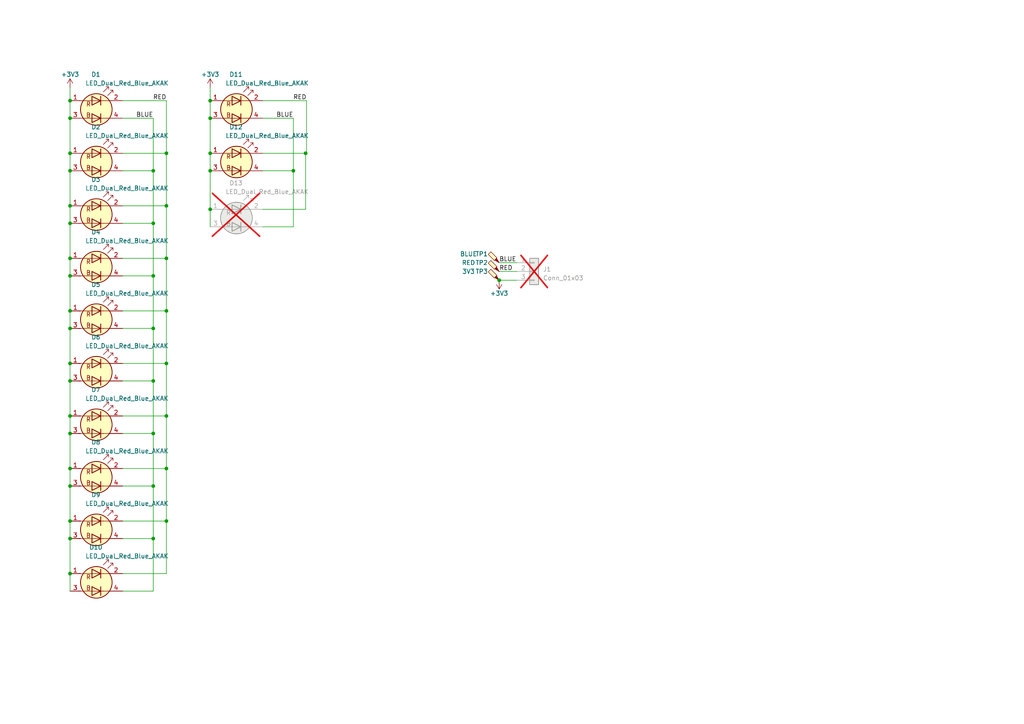
<source format=kicad_sch>
(kicad_sch (version 20231120) (generator "eeschema") (generator_version "8.0")
  (paper "A4")
  (title_block (title "EHDS-01-LED") (date "2022-11-16") (rev "V0.1"))
  (lib_symbols
    (symbol "Connector:TestPoint_Probe" (pin_numbers hide) (pin_names (offset 0.762) hide)
      (property "Reference" "TP" (at 1.651 5.842 0))
      (property "Value" "TestPoint_Probe" (at 1.651 4.064 0))
      (symbol "TestPoint_Probe_0_1"
        (polyline (pts (xy 1.27 0.762) (xy 0 0) (xy 0.762 1.27) (xy 1.27 0.762)) (fill (type outline)))
        (polyline (pts (xy 1.397 0.635) (xy 0.635 1.397) (xy 2.413 3.175) (xy 3.175 2.413) (xy 1.397 0.635)) (fill (type background)))
      )
      (symbol "TestPoint_Probe_1_1"
        (pin passive line (at 0 0 90) (length 0) (name "1") (number "1"))
      )
    )
    (symbol "Connector_Generic:Conn_01x03" (pin_names (offset 1.016) hide)
      (property "Reference" "J" (at 0 5.08 0))
      (property "Value" "Conn_01x03" (at 0 -5.08 0))
      (symbol "Conn_01x03_1_1"
        (rectangle (start -1.27 -2.413) (end 0 -2.667) (stroke (width 0.1524)))
        (rectangle (start -1.27 0.127) (end 0 -0.127) (stroke (width 0.1524)))
        (rectangle (start -1.27 2.667) (end 0 2.413) (stroke (width 0.1524)))
        (rectangle (start -1.27 3.81) (end 1.27 -3.81) (stroke (width 0.254)) (fill (type background)))
        (pin passive line (at -5.08 2.54 0) (length 3.81) (name "Pin_1") (number "1"))
        (pin passive line (at -5.08 0 0) (length 3.81) (name "Pin_2") (number "2"))
        (pin passive line (at -5.08 -2.54 0) (length 3.81) (name "Pin_3") (number "3"))
      )
    )
    (symbol "Ovo_Device:LED_Dual_Red_Blue_AKAK" (pin_names (offset 0) hide)
      (property "Reference" "D2" (at -11.43 -5.08 0))
      (property "Value" "LED_Dual_Red_Blue_AKAK" (at 0 -5.08 0))
      (symbol "LED_Dual_Red_Blue_AKAK_0_0"
        (text "B" (at -2.286 -1.651 0) (effects (font (size 1.27 1.27))))
        (text "R" (at -2.286 1.524 0) (effects (font (size 1.27 1.27))))
      )
      (symbol "LED_Dual_Red_Blue_AKAK_0_1"
        (polyline (pts (xy -5.08 -2.54) (xy 2.032 -2.54)))
        (polyline (pts (xy -5.08 2.54) (xy 2.032 2.54)))
        (polyline (pts (xy 1.27 -1.27) (xy 1.27 -3.81)) (stroke (width 0.254)))
        (polyline (pts (xy 1.27 3.81) (xy 1.27 1.27)) (stroke (width 0.254)))
        (polyline (pts (xy 3.81 -2.54) (xy 1.905 -2.54)))
        (polyline (pts (xy 3.81 2.54) (xy 1.905 2.54)))
        (polyline (pts (xy -1.27 -1.27) (xy -1.27 -3.81) (xy 1.27 -2.54) (xy -1.27 -1.27)) (stroke (width 0.254)))
        (polyline (pts (xy -1.27 3.81) (xy -1.27 1.27) (xy 1.27 2.54) (xy -1.27 3.81)) (stroke (width 0.254)))
        (polyline (pts (xy 2.032 5.08) (xy 3.556 6.604) (xy 2.794 6.604) (xy 3.556 6.604) (xy 3.556 5.842)))
        (polyline (pts (xy 3.302 4.064) (xy 4.826 5.588) (xy 4.064 5.588) (xy 4.826 5.588) (xy 4.826 4.826)))
        (circle (center 0 0) (radius 4.572) (stroke (width 0.254)) (fill (type background)))
      )
      (symbol "LED_Dual_Red_Blue_AKAK_1_1"
        (pin input line (at -7.62 2.54 0) (length 3.048) (name "A1") (number "1"))
        (pin input line (at 7.62 2.54 180) (length 3.81) (name "K1") (number "2"))
        (pin input line (at -7.62 -2.54 0) (length 3.048) (name "A2") (number "3"))
        (pin input line (at 7.62 -2.54 180) (length 3.81) (name "K2") (number "4"))
      )
    )
    (symbol "power:+3V3" (power) (pin_names (offset 0))
      (property "Value" "+3V3" (at 0 3.556 0))
      (symbol "+3V3_0_1"
        (polyline (pts (xy -0.762 1.27) (xy 0 2.54)))
        (polyline (pts (xy 0 0) (xy 0 2.54)))
        (polyline (pts (xy 0 2.54) (xy 0.762 1.27)))
      )
      (symbol "+3V3_1_1"
        (pin power_in line (at 0 0 90) (length 0) hide (name "+3V3") (number "1"))
      )
    )
  )
  (junction (at 20.32 74.93))
  (junction (at 20.32 59.69))
  (junction (at 20.32 110.49))
  (junction (at 44.45 95.25))
  (junction (at 20.32 64.77))
  (junction (at 88.646 44.45))
  (junction (at 20.32 90.17))
  (junction (at 85.09 49.53))
  (junction (at 20.32 95.25))
  (junction (at 60.96 49.53))
  (junction (at 20.32 80.01))
  (junction (at 20.32 125.73))
  (junction (at 20.32 34.29))
  (junction (at 20.32 49.53))
  (junction (at 20.32 120.65))
  (junction (at 20.32 151.13))
  (junction (at 48.26 151.13))
  (junction (at 20.32 29.21))
  (junction (at 44.45 125.73))
  (junction (at 44.45 110.49))
  (junction (at 20.32 135.89))
  (junction (at 20.32 156.21))
  (junction (at 44.45 49.53))
  (junction (at 48.26 59.69))
  (junction (at 48.26 90.17))
  (junction (at 60.96 44.45))
  (junction (at 48.26 44.45))
  (junction (at 60.96 34.29))
  (junction (at 20.32 105.41))
  (junction (at 48.26 105.41))
  (junction (at 20.32 166.37))
  (junction (at 44.45 140.97))
  (junction (at 44.45 156.21))
  (junction (at 60.96 60.706))
  (junction (at 44.45 80.01))
  (junction (at 144.78 81.28))
  (junction (at 48.26 120.65))
  (junction (at 60.96 29.21))
  (junction (at 48.26 135.89))
  (junction (at 20.32 140.97))
  (junction (at 44.45 64.77))
  (junction (at 20.32 44.45))
  (junction (at 48.26 74.93))
  (wire (pts (xy 20.32 120.65) (xy 20.32 125.73)))
  (wire (pts (xy 35.56 135.89) (xy 48.26 135.89)))
  (wire (pts (xy 85.09 49.53) (xy 85.09 65.786)))
  (wire (pts (xy 35.56 125.73) (xy 44.45 125.73)))
  (wire (pts (xy 35.56 156.21) (xy 44.45 156.21)))
  (wire (pts (xy 20.32 151.13) (xy 20.32 156.21)))
  (wire (pts (xy 20.32 25.4) (xy 20.32 29.21)))
  (wire (pts (xy 35.56 120.65) (xy 48.26 120.65)))
  (wire (pts (xy 35.56 64.77) (xy 44.45 64.77)))
  (wire (pts (xy 48.26 44.45) (xy 48.26 59.69)))
  (wire (pts (xy 44.45 171.45) (xy 44.45 156.21)))
  (wire (pts (xy 85.09 49.53) (xy 85.09 34.29)))
  (wire (pts (xy 88.646 44.45) (xy 88.9 44.45)))
  (wire (pts (xy 144.78 81.28) (xy 149.86 81.28)))
  (wire (pts (xy 20.32 44.45) (xy 20.32 49.53)))
  (wire (pts (xy 35.56 171.45) (xy 44.45 171.45)))
  (wire (pts (xy 44.45 80.01) (xy 44.45 64.77)))
  (wire (pts (xy 85.09 34.29) (xy 76.2 34.29)))
  (wire (pts (xy 20.32 140.97) (xy 20.32 151.13)))
  (wire (pts (xy 20.32 166.37) (xy 20.32 171.45)))
  (wire (pts (xy 60.96 34.29) (xy 60.96 44.45)))
  (wire (pts (xy 44.45 156.21) (xy 44.45 140.97)))
  (wire (pts (xy 48.26 151.13) (xy 48.26 166.37)))
  (wire (pts (xy 20.32 64.77) (xy 20.32 74.93)))
  (wire (pts (xy 20.32 49.53) (xy 20.32 59.69)))
  (wire (pts (xy 60.96 49.53) (xy 60.96 60.706)))
  (wire (pts (xy 48.26 90.17) (xy 48.26 105.41)))
  (wire (pts (xy 35.56 59.69) (xy 48.26 59.69)))
  (wire (pts (xy 20.32 74.93) (xy 20.32 80.01)))
  (wire (pts (xy 44.45 110.49) (xy 44.45 95.25)))
  (wire (pts (xy 44.45 140.97) (xy 44.45 125.73)))
  (wire (pts (xy 60.96 25.4) (xy 60.96 29.21)))
  (wire (pts (xy 44.45 49.53) (xy 44.45 34.29)))
  (wire (pts (xy 35.56 151.13) (xy 48.26 151.13)))
  (wire (pts (xy 20.32 90.17) (xy 20.32 95.25)))
  (wire (pts (xy 20.32 156.21) (xy 20.32 166.37)))
  (wire (pts (xy 35.56 95.25) (xy 44.45 95.25)))
  (wire (pts (xy 85.09 65.786) (xy 76.2 65.786)))
  (wire (pts (xy 144.78 78.74) (xy 149.86 78.74)))
  (wire (pts (xy 20.32 80.01) (xy 20.32 90.17)))
  (wire (pts (xy 44.45 125.73) (xy 44.45 110.49)))
  (wire (pts (xy 88.9 29.21) (xy 88.9 44.45)))
  (wire (pts (xy 48.26 74.93) (xy 48.26 90.17)))
  (wire (pts (xy 48.26 105.41) (xy 48.26 120.65)))
  (wire (pts (xy 35.56 29.21) (xy 48.26 29.21)))
  (wire (pts (xy 60.96 60.706) (xy 60.96 65.786)))
  (wire (pts (xy 88.646 44.45) (xy 88.646 60.706)))
  (wire (pts (xy 35.56 140.97) (xy 44.45 140.97)))
  (wire (pts (xy 60.96 29.21) (xy 60.96 34.29)))
  (wire (pts (xy 48.26 59.69) (xy 48.26 74.93)))
  (wire (pts (xy 76.2 49.53) (xy 85.09 49.53)))
  (wire (pts (xy 35.56 90.17) (xy 48.26 90.17)))
  (wire (pts (xy 20.32 29.21) (xy 20.32 34.29)))
  (wire (pts (xy 44.45 34.29) (xy 35.56 34.29)))
  (wire (pts (xy 20.32 105.41) (xy 20.32 110.49)))
  (wire (pts (xy 20.32 59.69) (xy 20.32 64.77)))
  (wire (pts (xy 35.56 49.53) (xy 44.45 49.53)))
  (wire (pts (xy 48.26 29.21) (xy 48.26 44.45)))
  (wire (pts (xy 144.78 76.2) (xy 149.86 76.2)))
  (wire (pts (xy 76.2 29.21) (xy 88.9 29.21)))
  (wire (pts (xy 20.32 110.49) (xy 20.32 120.65)))
  (wire (pts (xy 76.2 60.706) (xy 88.646 60.706)))
  (wire (pts (xy 76.2 44.45) (xy 88.646 44.45)))
  (wire (pts (xy 60.96 44.45) (xy 60.96 49.53)))
  (wire (pts (xy 44.45 64.77) (xy 44.45 49.53)))
  (wire (pts (xy 44.45 95.25) (xy 44.45 80.01)))
  (wire (pts (xy 35.56 105.41) (xy 48.26 105.41)))
  (wire (pts (xy 35.56 80.01) (xy 44.45 80.01)))
  (wire (pts (xy 35.56 44.45) (xy 48.26 44.45)))
  (wire (pts (xy 20.32 135.89) (xy 20.32 140.97)))
  (wire (pts (xy 35.56 110.49) (xy 44.45 110.49)))
  (wire (pts (xy 48.26 135.89) (xy 48.26 151.13)))
  (wire (pts (xy 20.32 34.29) (xy 20.32 44.45)))
  (wire (pts (xy 35.56 74.93) (xy 48.26 74.93)))
  (wire (pts (xy 48.26 120.65) (xy 48.26 135.89)))
  (wire (pts (xy 48.26 166.37) (xy 35.56 166.37)))
  (wire (pts (xy 20.32 125.73) (xy 20.32 135.89)))
  (wire (pts (xy 20.32 95.25) (xy 20.32 105.41)))
  (label "BLUE" (at 44.45 34.29 180))
  (label "BLUE" (at 144.78 76.2 0))
  (label "RED" (at 144.78 78.74 0))
  (label "RED" (at 88.9 29.21 180))
  (label "BLUE" (at 85.09 34.29 180))
  (label "RED" (at 48.26 29.21 180))
  (symbol (lib_id "power:+3V3") (at 20.32 25.4 0) (unit 1)
    (property "Reference" "#PWR011" (effects (hide yes)))
    (property "Value" "+3V3" (at 20.32 21.59 0))
  )
  (symbol (lib_id "Ovo_Device:LED_Dual_Red_Blue_AKAK") (at 27.94 107.95 0) (unit 1)
    (property "Reference" "D6" (at 27.813 97.79 0))
    (property "Value" "LED_Dual_Red_Blue_AKAK" (at 36.83 100.33 0))
    (property "Footprint" "Ovo_LED_SMD:LED_Dual_1.6x1.5mm" (effects (hide yes)))
  )
  (symbol (lib_id "Connector:TestPoint_Probe") (at 144.78 78.74 90) (unit 1)
    (property "Reference" "TP2" (at 139.7 76.2 90))
    (property "Value" "RED" (at 135.89 76.2 90))
    (property "Footprint" "TestPoint:TestPoint_Pad_D1.0mm" (effects (hide yes)))
  )
  (symbol (lib_id "Ovo_Device:LED_Dual_Red_Blue_AKAK") (at 27.94 92.71 0) (unit 1)
    (property "Reference" "D5" (at 27.813 82.55 0))
    (property "Value" "LED_Dual_Red_Blue_AKAK" (at 36.83 85.09 0))
    (property "Footprint" "Ovo_LED_SMD:LED_Dual_1.6x1.5mm" (effects (hide yes)))
  )
  (symbol (lib_id "Ovo_Device:LED_Dual_Red_Blue_AKAK") (at 27.94 77.47 0) (unit 1)
    (property "Reference" "D4" (at 27.813 67.31 0))
    (property "Value" "LED_Dual_Red_Blue_AKAK" (at 36.83 69.85 0))
    (property "Footprint" "Ovo_LED_SMD:LED_Dual_1.6x1.5mm" (effects (hide yes)))
  )
  (symbol (lib_id "Connector:TestPoint_Probe") (at 144.78 76.2 90) (unit 1)
    (property "Reference" "TP1" (at 139.7 73.66 90))
    (property "Value" "BLUE" (at 135.89 73.66 90))
    (property "Footprint" "TestPoint:TestPoint_Pad_D1.0mm" (effects (hide yes)))
  )
  (symbol (lib_id "Connector:TestPoint_Probe") (at 144.78 81.28 90) (unit 1)
    (property "Reference" "TP3" (at 139.7 78.74 90))
    (property "Value" "3V3" (at 135.89 78.74 90))
    (property "Footprint" "TestPoint:TestPoint_Pad_D1.0mm" (effects (hide yes)))
  )
  (symbol (lib_id "Ovo_Device:LED_Dual_Red_Blue_AKAK") (at 68.58 31.75 0) (unit 1)
    (property "Reference" "D11" (at 68.453 21.59 0))
    (property "Value" "LED_Dual_Red_Blue_AKAK" (at 77.47 24.13 0))
    (property "Footprint" "Ovo_LED_SMD:LED_Dual_1.6x1.5mm" (effects (hide yes)))
  )
  (symbol (lib_id "Ovo_Device:LED_Dual_Red_Blue_AKAK") (at 27.94 31.75 0) (unit 1)
    (property "Reference" "D1" (at 27.813 21.59 0))
    (property "Value" "LED_Dual_Red_Blue_AKAK" (at 36.83 24.13 0))
    (property "Footprint" "Ovo_LED_SMD:LED_Dual_1.6x1.5mm" (effects (hide yes)))
  )
  (symbol (lib_id "Ovo_Device:LED_Dual_Red_Blue_AKAK") (at 27.94 46.99 0) (unit 1)
    (property "Reference" "D2" (at 27.813 36.83 0))
    (property "Value" "LED_Dual_Red_Blue_AKAK" (at 36.83 39.37 0))
    (property "Footprint" "Ovo_LED_SMD:LED_Dual_1.6x1.5mm" (effects (hide yes)))
  )
  (symbol (lib_id "Ovo_Device:LED_Dual_Red_Blue_AKAK") (at 27.94 123.19 0) (unit 1)
    (property "Reference" "D7" (at 27.813 113.03 0))
    (property "Value" "LED_Dual_Red_Blue_AKAK" (at 36.83 115.57 0))
    (property "Footprint" "Ovo_LED_SMD:LED_Dual_1.6x1.5mm" (effects (hide yes)))
  )
  (symbol (lib_id "Ovo_Device:LED_Dual_Red_Blue_AKAK") (at 68.58 46.99 0) (unit 1)
    (property "Reference" "D12" (at 68.453 36.83 0))
    (property "Value" "LED_Dual_Red_Blue_AKAK" (at 77.47 39.37 0))
    (property "Footprint" "Ovo_LED_SMD:LED_Dual_1.6x1.5mm" (effects (hide yes)))
  )
  (symbol (lib_id "power:+3V3") (at 144.78 81.28 180) (unit 1)
    (property "Reference" "#PWR02" (effects (hide yes)))
    (property "Value" "+3V3" (at 144.78 85.09 0))
  )
  (symbol (lib_id "Connector_Generic:Conn_01x03") (at 154.94 78.74 0) (unit 1) (in_bom no) (dnp yes)
    (property "Reference" "J1" (at 157.48 78.105 0) (effects (justify left)))
    (property "Value" "Conn_01x03" (at 157.48 80.645 0) (effects (justify left)))
    (property "Footprint" "Ovo_Pad:Pad_THTPad_3x1.3mmx3" (effects (hide yes)))
    (property "Description" "Generic connector, single row, 01x03, script generated (kicad-library-utils/schlib/autogen/connector/)" (effects (hide yes)))
  )
  (symbol (lib_id "Ovo_Device:LED_Dual_Red_Blue_AKAK") (at 27.94 168.91 0) (unit 1)
    (property "Reference" "D10" (at 27.813 158.75 0))
    (property "Value" "LED_Dual_Red_Blue_AKAK" (at 36.83 161.29 0))
    (property "Footprint" "Ovo_LED_SMD:LED_Dual_1.6x1.5mm" (effects (hide yes)))
  )
  (symbol (lib_id "Ovo_Device:LED_Dual_Red_Blue_AKAK") (at 27.94 153.67 0) (unit 1)
    (property "Reference" "D9" (at 27.813 143.51 0))
    (property "Value" "LED_Dual_Red_Blue_AKAK" (at 36.83 146.05 0))
    (property "Footprint" "Ovo_LED_SMD:LED_Dual_1.6x1.5mm" (effects (hide yes)))
  )
  (symbol (lib_id "Ovo_Device:LED_Dual_Red_Blue_AKAK") (at 27.94 62.23 0) (unit 1)
    (property "Reference" "D3" (at 27.813 52.07 0))
    (property "Value" "LED_Dual_Red_Blue_AKAK" (at 36.83 54.61 0))
    (property "Footprint" "Ovo_LED_SMD:LED_Dual_1.6x1.5mm" (effects (hide yes)))
  )
  (symbol (lib_id "Ovo_Device:LED_Dual_Red_Blue_AKAK") (at 68.58 63.246 0) (unit 1) (dnp yes)
    (property "Reference" "D13" (at 68.453 53.086 0))
    (property "Value" "LED_Dual_Red_Blue_AKAK" (at 77.47 55.626 0))
    (property "Footprint" "Ovo_LED_SMD:LED_Dual_1.6x1.5mm" (effects (hide yes)))
  )
  (symbol (lib_id "power:+3V3") (at 60.96 25.4 0) (unit 1)
    (property "Reference" "#PWR01" (effects (hide yes)))
    (property "Value" "+3V3" (at 60.96 21.59 0))
  )
  (symbol (lib_id "Ovo_Device:LED_Dual_Red_Blue_AKAK") (at 27.94 138.43 0) (unit 1)
    (property "Reference" "D8" (at 27.813 128.27 0))
    (property "Value" "LED_Dual_Red_Blue_AKAK" (at 36.83 130.81 0))
    (property "Footprint" "Ovo_LED_SMD:LED_Dual_1.6x1.5mm" (effects (hide yes)))
  )
)
</source>
